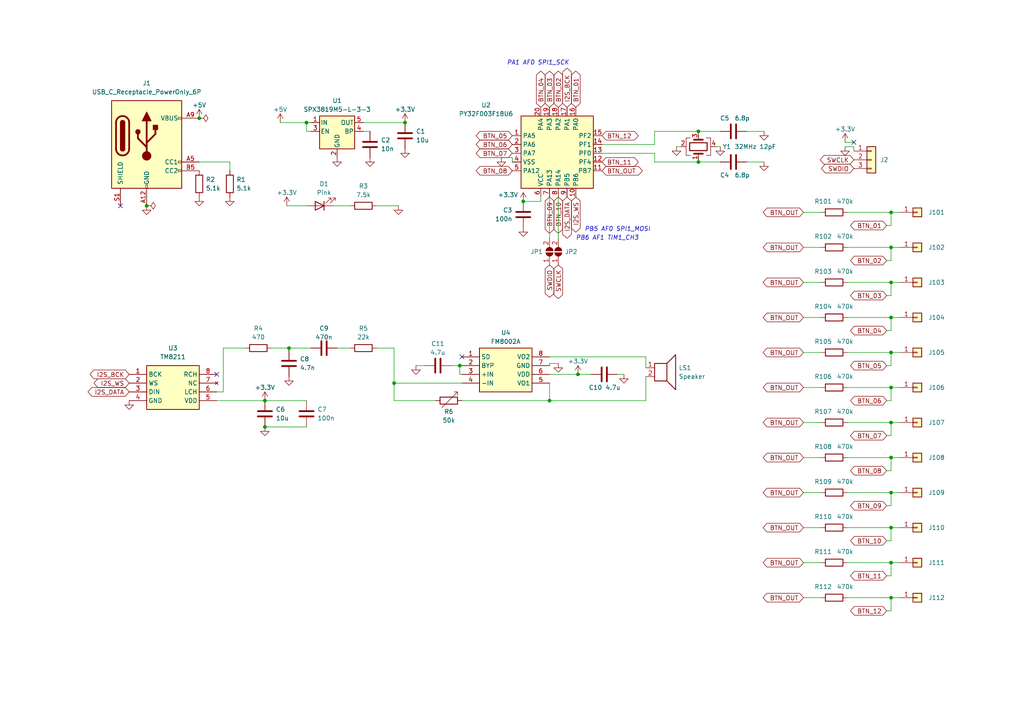
<source format=kicad_sch>
(kicad_sch (version 20230121) (generator eeschema)
  (paper "A4")
  (lib_symbols
    (symbol "Canta_symbols:PY32F003F18U6TR"
      (property "Reference" "U" (at -17.145 15.24 0))
      (property "Value" "PY32F003F18U6" (at -17.145 12.7 0))
      (symbol "PY32F003F18U6TR_1_1"
        (rectangle (start -10.795 10.795) (end 10.16 -10.16) (stroke (width 0.254)) (fill (type background)))
        (pin bidirectional line (at -13.335 5.08 0) (length 2.54) (name "PA5") (number "1"))
        (pin bidirectional line (at 5.08 -12.7 90) (length 2.54) (name "PB6") (number "10"))
        (pin bidirectional line (at 12.7 -5.08 180) (length 2.54) (name "PB7") (number "11"))
        (pin bidirectional line (at 12.7 -2.54 180) (length 2.54) (name "PF4") (number "12"))
        (pin bidirectional line (at 12.7 0 180) (length 2.54) (name "PF0") (number "13"))
        (pin bidirectional line (at 12.7 2.54 180) (length 2.54) (name "PF1") (number "14"))
        (pin bidirectional line (at 12.7 5.08 180) (length 2.54) (name "PF2") (number "15"))
        (pin bidirectional line (at 5.08 13.335 270) (length 2.54) (name "PA0") (number "16"))
        (pin bidirectional line (at 2.54 13.335 270) (length 2.54) (name "PA1") (number "17"))
        (pin bidirectional line (at 0 13.335 270) (length 2.54) (name "PA2") (number "18"))
        (pin bidirectional line (at -2.54 13.335 270) (length 2.54) (name "PA3") (number "19"))
        (pin bidirectional line (at -13.335 2.54 0) (length 2.54) (name "PA6") (number "2"))
        (pin bidirectional line (at -5.08 13.335 270) (length 2.54) (name "PA4") (number "20"))
        (pin input line (at -13.335 -2.54 0) (length 2.54) hide (name "PAD") (number "21"))
        (pin bidirectional line (at -13.335 0 0) (length 2.54) (name "PA7") (number "3"))
        (pin power_in line (at -13.335 -2.54 0) (length 2.54) (name "VSS") (number "4"))
        (pin bidirectional line (at -13.335 -5.08 0) (length 2.54) (name "PA12") (number "5"))
        (pin power_in line (at -5.08 -12.7 90) (length 2.54) (name "VCC") (number "6"))
        (pin bidirectional line (at -2.54 -12.7 90) (length 2.54) (name "PA13") (number "7"))
        (pin bidirectional line (at 0 -12.7 90) (length 2.54) (name "PA14") (number "8"))
        (pin bidirectional line (at 2.54 -12.7 90) (length 2.54) (name "PB5") (number "9"))
      )
    )
    (symbol "Connector:USB_C_Receptacle_PowerOnly_6P" (pin_names (offset 1.016))
      (property "Reference" "J" (at 0 16.51 0))
      (property "Value" "USB_C_Receptacle_PowerOnly_6P" (at 0 13.97 0))
      (symbol "USB_C_Receptacle_PowerOnly_6P_0_0"
        (rectangle (start -0.254 -12.7) (end 0.254 -11.684))
        (rectangle (start 10.16 -7.366) (end 9.144 -7.874))
        (rectangle (start 10.16 -4.826) (end 9.144 -5.334))
        (rectangle (start 10.16 7.874) (end 9.144 7.366))
      )
      (symbol "USB_C_Receptacle_PowerOnly_6P_0_1"
        (rectangle (start -10.16 12.7) (end 10.16 -12.7) (stroke (width 0.254)) (fill (type background)))
        (arc (start -8.89 -1.27) (mid -6.985 -3.1667) (end -5.08 -1.27) (stroke (width 0.508)))
        (arc (start -7.62 -1.27) (mid -6.985 -1.9023) (end -6.35 -1.27) (stroke (width 0.254)))
        (arc (start -7.62 -1.27) (mid -6.985 -1.9023) (end -6.35 -1.27) (stroke (width 0.254)) (fill (type outline)))
        (rectangle (start -7.62 -1.27) (end -6.35 6.35) (stroke (width 0.254)) (fill (type outline)))
        (arc (start -6.35 6.35) (mid -6.985 6.9823) (end -7.62 6.35) (stroke (width 0.254)))
        (arc (start -6.35 6.35) (mid -6.985 6.9823) (end -7.62 6.35) (stroke (width 0.254)) (fill (type outline)))
        (arc (start -5.08 6.35) (mid -6.985 8.2467) (end -8.89 6.35) (stroke (width 0.508)))
        (circle (center -2.54 3.683) (radius 0.635) (stroke (width 0.254)) (fill (type outline)))
        (circle (center 0 -3.302) (radius 1.27) (fill (type outline)))
        (polyline (pts (xy -8.89 -1.27) (xy -8.89 6.35)) (stroke (width 0.508)))
        (polyline (pts (xy -5.08 6.35) (xy -5.08 -1.27)) (stroke (width 0.508)))
        (polyline (pts (xy 0 -3.302) (xy 0 6.858)) (stroke (width 0.508)))
        (polyline (pts (xy 0 -0.762) (xy -2.54 1.778) (xy -2.54 3.048)) (stroke (width 0.508)))
        (polyline (pts (xy 0 0.508) (xy 2.54 3.048) (xy 2.54 4.318)) (stroke (width 0.508)))
        (polyline (pts (xy -1.27 6.858) (xy 0 9.398) (xy 1.27 6.858) (xy -1.27 6.858)) (stroke (width 0.254)) (fill (type outline)))
        (rectangle (start 1.905 4.318) (end 3.175 5.588) (stroke (width 0.254)) (fill (type outline)))
      )
      (symbol "USB_C_Receptacle_PowerOnly_6P_1_1"
        (pin passive line (at 0 -17.78 90) (length 5.08) (name "GND") (number "A12"))
        (pin bidirectional line (at 15.24 -5.08 180) (length 5.08) (name "CC1") (number "A5"))
        (pin passive line (at 15.24 7.62 180) (length 5.08) (name "VBUS") (number "A9"))
        (pin passive line (at 0 -17.78 90) (length 5.08) hide (name "GND") (number "B12"))
        (pin bidirectional line (at 15.24 -7.62 180) (length 5.08) (name "CC2") (number "B5"))
        (pin passive line (at 15.24 7.62 180) (length 5.08) hide (name "VBUS") (number "B9"))
        (pin passive line (at -7.62 -17.78 90) (length 5.08) (name "SHIELD") (number "S1"))
      )
    )
    (symbol "Connector_Generic:Conn_01x01" (pin_names (offset 1.016) hide)
      (property "Reference" "J" (at 0 2.54 0))
      (property "Value" "Conn_01x01" (at 0 -2.54 0))
      (symbol "Conn_01x01_1_1"
        (rectangle (start -1.27 0.127) (end 0 -0.127) (stroke (width 0.1524)))
        (rectangle (start -1.27 1.27) (end 1.27 -1.27) (stroke (width 0.254)) (fill (type background)))
        (pin passive line (at -5.08 0 0) (length 3.81) (name "Pin_1") (number "1"))
      )
    )
    (symbol "Connector_Generic:Conn_01x03" (pin_names (offset 1.016) hide)
      (property "Reference" "J" (at 0 5.08 0))
      (property "Value" "Conn_01x03" (at 0 -5.08 0))
      (symbol "Conn_01x03_1_1"
        (rectangle (start -1.27 -2.413) (end 0 -2.667) (stroke (width 0.1524)))
        (rectangle (start -1.27 0.127) (end 0 -0.127) (stroke (width 0.1524)))
        (rectangle (start -1.27 2.667) (end 0 2.413) (stroke (width 0.1524)))
        (rectangle (start -1.27 3.81) (end 1.27 -3.81) (stroke (width 0.254)) (fill (type background)))
        (pin passive line (at -5.08 2.54 0) (length 3.81) (name "Pin_1") (number "1"))
        (pin passive line (at -5.08 0 0) (length 3.81) (name "Pin_2") (number "2"))
        (pin passive line (at -5.08 -2.54 0) (length 3.81) (name "Pin_3") (number "3"))
      )
    )
    (symbol "Device:C" (pin_numbers hide) (pin_names (offset 0.254))
      (property "Reference" "C" (at 0.635 2.54 0))
      (property "Value" "C" (at 0.635 -2.54 0))
      (symbol "C_0_1"
        (polyline (pts (xy -2.032 -0.762) (xy 2.032 -0.762)) (stroke (width 0.508)))
        (polyline (pts (xy -2.032 0.762) (xy 2.032 0.762)) (stroke (width 0.508)))
      )
      (symbol "C_1_1"
        (pin passive line (at 0 3.81 270) (length 2.794) (name "~") (number "1"))
        (pin passive line (at 0 -3.81 90) (length 2.794) (name "~") (number "2"))
      )
    )
    (symbol "Device:Crystal_GND24" (pin_names (offset 1.016) hide)
      (property "Reference" "Y" (at 3.175 5.08 0))
      (property "Value" "Crystal_GND24" (at 3.175 3.175 0))
      (symbol "Crystal_GND24_0_1"
        (rectangle (start -1.143 2.54) (end 1.143 -2.54) (stroke (width 0.3048)))
        (polyline (pts (xy -2.54 0) (xy -2.032 0)))
        (polyline (pts (xy -2.032 -1.27) (xy -2.032 1.27)) (stroke (width 0.508)))
        (polyline (pts (xy 0 -3.81) (xy 0 -3.556)))
        (polyline (pts (xy 0 3.556) (xy 0 3.81)))
        (polyline (pts (xy 2.032 -1.27) (xy 2.032 1.27)) (stroke (width 0.508)))
        (polyline (pts (xy 2.032 0) (xy 2.54 0)))
        (polyline (pts (xy -2.54 -2.286) (xy -2.54 -3.556) (xy 2.54 -3.556) (xy 2.54 -2.286)))
        (polyline (pts (xy -2.54 2.286) (xy -2.54 3.556) (xy 2.54 3.556) (xy 2.54 2.286)))
      )
      (symbol "Crystal_GND24_1_1"
        (pin passive line (at -3.81 0 0) (length 1.27) (name "1") (number "1"))
        (pin passive line (at 0 5.08 270) (length 1.27) (name "2") (number "2"))
        (pin passive line (at 3.81 0 180) (length 1.27) (name "3") (number "3"))
        (pin passive line (at 0 -5.08 90) (length 1.27) (name "4") (number "4"))
      )
    )
    (symbol "Device:LED" (pin_numbers hide) (pin_names (offset 1.016) hide)
      (property "Reference" "D" (at 0 2.54 0))
      (property "Value" "LED" (at 0 -2.54 0))
      (symbol "LED_0_1"
        (polyline (pts (xy -1.27 -1.27) (xy -1.27 1.27)) (stroke (width 0.254)))
        (polyline (pts (xy -1.27 0) (xy 1.27 0)))
        (polyline (pts (xy 1.27 -1.27) (xy 1.27 1.27) (xy -1.27 0) (xy 1.27 -1.27)) (stroke (width 0.254)))
        (polyline (pts (xy -3.048 -0.762) (xy -4.572 -2.286) (xy -3.81 -2.286) (xy -4.572 -2.286) (xy -4.572 -1.524)))
        (polyline (pts (xy -1.778 -0.762) (xy -3.302 -2.286) (xy -2.54 -2.286) (xy -3.302 -2.286) (xy -3.302 -1.524)))
      )
      (symbol "LED_1_1"
        (pin passive line (at -3.81 0 0) (length 2.54) (name "K") (number "1"))
        (pin passive line (at 3.81 0 180) (length 2.54) (name "A") (number "2"))
      )
    )
    (symbol "Device:R" (pin_numbers hide) (pin_names (offset 0))
      (property "Reference" "R" (at 2.032 0 90))
      (property "Value" "R" (at 0 0 90))
      (symbol "R_0_1"
        (rectangle (start -1.016 -2.54) (end 1.016 2.54) (stroke (width 0.254)))
      )
      (symbol "R_1_1"
        (pin passive line (at 0 3.81 270) (length 1.27) (name "~") (number "1"))
        (pin passive line (at 0 -3.81 90) (length 1.27) (name "~") (number "2"))
      )
    )
    (symbol "Device:R_Variable" (pin_numbers hide) (pin_names (offset 0))
      (property "Reference" "R" (at 2.54 -2.54 90))
      (property "Value" "R_Variable" (at -2.54 -1.27 90))
      (symbol "R_Variable_0_1"
        (rectangle (start -1.016 -2.54) (end 1.016 2.54) (stroke (width 0.254)))
        (polyline (pts (xy 2.54 1.524) (xy 2.54 2.54) (xy 1.524 2.54) (xy 2.54 2.54) (xy -2.032 -2.032)))
      )
      (symbol "R_Variable_1_1"
        (pin passive line (at 0 3.81 270) (length 1.27) (name "~") (number "1"))
        (pin passive line (at 0 -3.81 90) (length 1.27) (name "~") (number "2"))
      )
    )
    (symbol "Device:Speaker" (pin_names (offset 0) hide)
      (property "Reference" "LS" (at 1.27 5.715 0))
      (property "Value" "Speaker" (at 1.27 3.81 0))
      (symbol "Speaker_0_0"
        (rectangle (start -2.54 1.27) (end 1.016 -3.81) (stroke (width 0.254)))
        (polyline (pts (xy 1.016 1.27) (xy 3.556 3.81) (xy 3.556 -6.35) (xy 1.016 -3.81)) (stroke (width 0.254)))
      )
      (symbol "Speaker_1_1"
        (pin input line (at -5.08 0 0) (length 2.54) (name "1") (number "1"))
        (pin input line (at -5.08 -2.54 0) (length 2.54) (name "2") (number "2"))
      )
    )
    (symbol "Jumper:SolderJumper_2_Open" (pin_names (offset 0) hide)
      (property "Reference" "JP" (at 0 2.032 0))
      (property "Value" "SolderJumper_2_Open" (at 0 -2.54 0))
      (symbol "SolderJumper_2_Open_0_1"
        (arc (start -0.254 1.016) (mid -1.2656 0) (end -0.254 -1.016))
        (arc (start -0.254 1.016) (mid -1.2656 0) (end -0.254 -1.016) (fill (type outline)))
        (polyline (pts (xy -0.254 1.016) (xy -0.254 -1.016)))
        (polyline (pts (xy 0.254 1.016) (xy 0.254 -1.016)))
        (arc (start 0.254 -1.016) (mid 1.2656 0) (end 0.254 1.016))
        (arc (start 0.254 -1.016) (mid 1.2656 0) (end 0.254 1.016) (fill (type outline)))
      )
      (symbol "SolderJumper_2_Open_1_1"
        (pin passive line (at -3.81 0 0) (length 2.54) (name "A") (number "1"))
        (pin passive line (at 3.81 0 180) (length 2.54) (name "B") (number "2"))
      )
    )
    (symbol "MD8002A:FM8002A"
      (property "Reference" "U" (at 21.59 7.62 0))
      (property "Value" "FM8002A" (at 21.59 5.08 0))
      (symbol "FM8002A_1_1"
        (rectangle (start 5.08 2.54) (end 20.32 -10.16) (stroke (width 0.254)) (fill (type background)))
        (pin passive line (at 0 0 0) (length 5.08) (name "SD") (number "1"))
        (pin passive line (at 0 -2.54 0) (length 5.08) (name "BYP") (number "2"))
        (pin passive line (at 0 -5.08 0) (length 5.08) (name "+IN") (number "3"))
        (pin passive line (at 0 -7.62 0) (length 5.08) (name "-IN") (number "4"))
        (pin passive line (at 25.4 -7.62 180) (length 5.08) (name "VO1") (number "5"))
        (pin passive line (at 25.4 -5.08 180) (length 5.08) (name "VDD") (number "6"))
        (pin passive line (at 25.4 -2.54 180) (length 5.08) (name "GND") (number "7"))
        (pin passive line (at 25.4 0 180) (length 5.08) (name "VO2") (number "8"))
      )
    )
    (symbol "Regulator_Linear:SPX3819M5-L-3-3" (pin_names (offset 0.254))
      (property "Reference" "U" (at -3.81 5.715 0))
      (property "Value" "SPX3819M5-L-3-3" (at 0 5.715 0))
      (symbol "SPX3819M5-L-3-3_0_1"
        (rectangle (start -5.08 4.445) (end 5.08 -5.08) (stroke (width 0.254)) (fill (type background)))
      )
      (symbol "SPX3819M5-L-3-3_1_1"
        (pin power_in line (at -7.62 2.54 0) (length 2.54) (name "IN") (number "1"))
        (pin power_in line (at 0 -7.62 90) (length 2.54) (name "GND") (number "2"))
        (pin input line (at -7.62 0 0) (length 2.54) (name "EN") (number "3"))
        (pin input line (at 7.62 0 180) (length 2.54) (name "BP") (number "4"))
        (pin power_out line (at 7.62 2.54 180) (length 2.54) (name "OUT") (number "5"))
      )
    )
    (symbol "TM8211:TM8211"
      (property "Reference" "U" (at 21.59 7.62 0))
      (property "Value" "TM8211" (at 21.59 5.08 0))
      (symbol "TM8211_1_1"
        (rectangle (start 5.08 2.54) (end 20.32 -10.16) (stroke (width 0.254)) (fill (type background)))
        (pin passive line (at 0 0 0) (length 5.08) (name "BCK") (number "1"))
        (pin passive line (at 0 -2.54 0) (length 5.08) (name "WS") (number "2"))
        (pin passive line (at 0 -5.08 0) (length 5.08) (name "DIN") (number "3"))
        (pin passive line (at 0 -7.62 0) (length 5.08) (name "GND") (number "4"))
        (pin passive line (at 25.4 -7.62 180) (length 5.08) (name "VDD") (number "5"))
        (pin passive line (at 25.4 -5.08 180) (length 5.08) (name "LCH") (number "6"))
        (pin no_connect line (at 25.4 -2.54 180) (length 5.08) (name "NC") (number "7"))
        (pin passive line (at 25.4 0 180) (length 5.08) (name "RCH") (number "8"))
      )
    )
    (symbol "power:+3.3V" (power) (pin_names (offset 0))
      (property "Value" "+3.3V" (at 0 3.556 0))
      (symbol "+3.3V_0_1"
        (polyline (pts (xy -0.762 1.27) (xy 0 2.54)))
        (polyline (pts (xy 0 0) (xy 0 2.54)))
        (polyline (pts (xy 0 2.54) (xy 0.762 1.27)))
      )
      (symbol "+3.3V_1_1"
        (pin power_in line (at 0 0 90) (length 0) hide (name "+3.3V") (number "1"))
      )
    )
    (symbol "power:+5V" (power) (pin_names (offset 0))
      (property "Value" "+5V" (at 0 3.556 0))
      (symbol "+5V_0_1"
        (polyline (pts (xy -0.762 1.27) (xy 0 2.54)))
        (polyline (pts (xy 0 0) (xy 0 2.54)))
        (polyline (pts (xy 0 2.54) (xy 0.762 1.27)))
      )
      (symbol "+5V_1_1"
        (pin power_in line (at 0 0 90) (length 0) hide (name "+5V") (number "1"))
      )
    )
    (symbol "power:GND" (power) (pin_names (offset 0))
      (property "Value" "GND" (at 0 -3.81 0))
      (symbol "GND_0_1"
        (polyline (pts (xy 0 0) (xy 0 -1.27) (xy 1.27 -1.27) (xy 0 -2.54) (xy -1.27 -1.27) (xy 0 -1.27)))
      )
      (symbol "GND_1_1"
        (pin power_in line (at 0 0 270) (length 0) hide (name "GND") (number "1"))
      )
    )
    (symbol "power:PWR_FLAG" (power) (pin_numbers hide) (pin_names (offset 0) hide)
      (property "Value" "PWR_FLAG" (at 0 3.81 0))
      (symbol "PWR_FLAG_0_0"
        (pin power_out line (at 0 0 90) (length 0) (name "pwr") (number "1"))
      )
      (symbol "PWR_FLAG_0_1"
        (polyline (pts (xy 0 0) (xy 0 1.27) (xy -1.016 1.905) (xy 0 2.54) (xy 1.016 1.905) (xy 0 1.27)))
      )
    )
  )
  (junction (at 159.385 116.205))
  (junction (at 258.445 61.595))
  (junction (at 258.445 173.355))
  (junction (at 57.785 34.29))
  (junction (at 258.445 102.235))
  (junction (at 76.835 123.825))
  (junction (at 258.445 81.915))
  (junction (at 202.565 46.99))
  (junction (at 258.445 132.715))
  (junction (at 114.3 111.125))
  (junction (at 42.545 59.69))
  (junction (at 151.765 58.42))
  (junction (at 258.445 122.555))
  (junction (at 133.35 106.045))
  (junction (at 202.565 38.1))
  (junction (at 258.445 142.875))
  (junction (at 117.475 35.56))
  (junction (at 88.9 35.56))
  (junction (at 258.445 163.195))
  (junction (at 76.835 116.205))
  (junction (at 167.64 108.585))
  (junction (at 258.445 92.075))
  (junction (at 258.445 71.755))
  (junction (at 258.445 153.035))
  (junction (at 83.82 100.965))
  (junction (at 258.445 112.395))
  (no_connect (at 247.65 41.275))
  (no_connect (at 133.985 103.505))
  (no_connect (at 62.865 108.585))
  (no_connect (at 34.925 59.69))
  (wire (pts (xy 196.215 42.545) (xy 197.485 42.545)))
  (wire (pts (xy 167.64 108.585) (xy 171.45 108.585)))
  (wire (pts (xy 257.175 75.565) (xy 258.445 75.565)))
  (wire (pts (xy 159.385 116.205) (xy 133.985 116.205)))
  (wire (pts (xy 114.3 100.965) (xy 114.3 111.125)))
  (wire (pts (xy 257.175 156.845) (xy 258.445 156.845)))
  (wire (pts (xy 233.045 102.235) (xy 238.125 102.235)))
  (wire (pts (xy 258.445 61.595) (xy 260.985 61.595)))
  (wire (pts (xy 189.865 38.1) (xy 202.565 38.1)))
  (wire (pts (xy 233.045 61.595) (xy 238.125 61.595)))
  (wire (pts (xy 258.445 81.915) (xy 260.985 81.915)))
  (wire (pts (xy 233.045 92.075) (xy 238.125 92.075)))
  (wire (pts (xy 257.175 136.525) (xy 258.445 136.525)))
  (wire (pts (xy 126.365 116.205) (xy 114.3 116.205)))
  (wire (pts (xy 233.045 112.395) (xy 238.125 112.395)))
  (wire (pts (xy 245.745 132.715) (xy 258.445 132.715)))
  (wire (pts (xy 114.3 111.125) (xy 133.985 111.125)))
  (wire (pts (xy 57.785 46.99) (xy 66.675 46.99)))
  (wire (pts (xy 257.175 116.205) (xy 258.445 116.205)))
  (wire (pts (xy 257.175 146.685) (xy 258.445 146.685)))
  (wire (pts (xy 130.81 106.045) (xy 133.35 106.045)))
  (wire (pts (xy 258.445 75.565) (xy 258.445 71.755)))
  (wire (pts (xy 202.565 38.1) (xy 208.915 38.1)))
  (wire (pts (xy 202.565 46.99) (xy 202.565 46.355)))
  (wire (pts (xy 257.175 65.405) (xy 258.445 65.405)))
  (wire (pts (xy 83.185 59.69) (xy 88.9 59.69)))
  (wire (pts (xy 109.22 59.69) (xy 115.57 59.69)))
  (wire (pts (xy 76.835 116.205) (xy 88.9 116.205)))
  (wire (pts (xy 245.745 92.075) (xy 258.445 92.075)))
  (wire (pts (xy 64.77 100.965) (xy 71.12 100.965)))
  (wire (pts (xy 90.17 38.1) (xy 88.9 38.1)))
  (wire (pts (xy 202.565 38.1) (xy 202.565 38.735)))
  (wire (pts (xy 258.445 142.875) (xy 260.985 142.875)))
  (wire (pts (xy 258.445 177.165) (xy 258.445 173.355)))
  (wire (pts (xy 245.745 163.195) (xy 258.445 163.195)))
  (wire (pts (xy 159.385 57.15) (xy 159.385 69.215)))
  (wire (pts (xy 83.82 101.6) (xy 83.82 100.965)))
  (wire (pts (xy 216.535 46.99) (xy 221.615 46.99)))
  (wire (pts (xy 133.985 108.585) (xy 133.35 108.585)))
  (wire (pts (xy 180.975 108.585) (xy 179.07 108.585)))
  (wire (pts (xy 159.385 105.41) (xy 161.925 105.41)))
  (wire (pts (xy 187.325 103.505) (xy 187.325 106.68)))
  (wire (pts (xy 258.445 132.715) (xy 260.985 132.715)))
  (wire (pts (xy 64.77 113.665) (xy 64.77 100.965)))
  (wire (pts (xy 208.915 42.545) (xy 207.645 42.545)))
  (wire (pts (xy 97.79 100.965) (xy 101.6 100.965)))
  (wire (pts (xy 245.745 112.395) (xy 258.445 112.395)))
  (wire (pts (xy 189.865 41.91) (xy 189.865 38.1)))
  (wire (pts (xy 156.845 58.42) (xy 151.765 58.42)))
  (wire (pts (xy 258.445 153.035) (xy 260.985 153.035)))
  (wire (pts (xy 233.045 71.755) (xy 238.125 71.755)))
  (wire (pts (xy 88.9 35.56) (xy 90.17 35.56)))
  (wire (pts (xy 159.385 103.505) (xy 187.325 103.505)))
  (wire (pts (xy 189.865 46.99) (xy 202.565 46.99)))
  (wire (pts (xy 159.385 106.045) (xy 159.385 105.41)))
  (wire (pts (xy 88.9 38.1) (xy 88.9 35.56)))
  (wire (pts (xy 174.625 41.91) (xy 189.865 41.91)))
  (wire (pts (xy 247.65 42.545) (xy 247.65 43.815)))
  (wire (pts (xy 167.64 108.585) (xy 159.385 108.585)))
  (wire (pts (xy 187.325 109.22) (xy 187.325 116.205)))
  (wire (pts (xy 258.445 65.405) (xy 258.445 61.595)))
  (wire (pts (xy 78.74 100.965) (xy 83.82 100.965)))
  (wire (pts (xy 233.045 142.875) (xy 238.125 142.875)))
  (wire (pts (xy 233.045 163.195) (xy 238.125 163.195)))
  (wire (pts (xy 258.445 163.195) (xy 260.985 163.195)))
  (wire (pts (xy 62.865 116.205) (xy 76.835 116.205)))
  (wire (pts (xy 258.445 112.395) (xy 260.985 112.395)))
  (wire (pts (xy 189.865 44.45) (xy 189.865 46.99)))
  (wire (pts (xy 257.175 106.045) (xy 258.445 106.045)))
  (wire (pts (xy 66.675 46.99) (xy 66.675 49.53)))
  (wire (pts (xy 233.045 153.035) (xy 238.125 153.035)))
  (wire (pts (xy 120.65 106.045) (xy 123.19 106.045)))
  (wire (pts (xy 245.745 61.595) (xy 258.445 61.595)))
  (wire (pts (xy 258.445 116.205) (xy 258.445 112.395)))
  (wire (pts (xy 187.325 116.205) (xy 159.385 116.205)))
  (wire (pts (xy 257.175 95.885) (xy 258.445 95.885)))
  (wire (pts (xy 133.35 108.585) (xy 133.35 106.045)))
  (wire (pts (xy 148.59 46.99) (xy 148.59 45.72)))
  (wire (pts (xy 258.445 156.845) (xy 258.445 153.035)))
  (wire (pts (xy 62.865 113.665) (xy 64.77 113.665)))
  (wire (pts (xy 245.11 42.545) (xy 247.65 42.545)))
  (wire (pts (xy 257.175 85.725) (xy 258.445 85.725)))
  (wire (pts (xy 258.445 126.365) (xy 258.445 122.555)))
  (wire (pts (xy 233.045 132.715) (xy 238.125 132.715)))
  (wire (pts (xy 245.745 81.915) (xy 258.445 81.915)))
  (wire (pts (xy 258.445 167.005) (xy 258.445 163.195)))
  (wire (pts (xy 257.175 177.165) (xy 258.445 177.165)))
  (wire (pts (xy 233.045 81.915) (xy 238.125 81.915)))
  (wire (pts (xy 258.445 122.555) (xy 260.985 122.555)))
  (wire (pts (xy 161.925 57.15) (xy 161.925 69.215)))
  (wire (pts (xy 83.82 100.965) (xy 90.17 100.965)))
  (wire (pts (xy 156.845 57.15) (xy 156.845 58.42)))
  (wire (pts (xy 258.445 136.525) (xy 258.445 132.715)))
  (wire (pts (xy 81.28 35.56) (xy 88.9 35.56)))
  (wire (pts (xy 245.745 71.755) (xy 258.445 71.755)))
  (wire (pts (xy 245.745 142.875) (xy 258.445 142.875)))
  (wire (pts (xy 216.535 38.1) (xy 221.615 38.1)))
  (wire (pts (xy 159.385 111.125) (xy 159.385 116.205)))
  (wire (pts (xy 233.045 122.555) (xy 238.125 122.555)))
  (wire (pts (xy 105.41 35.56) (xy 117.475 35.56)))
  (wire (pts (xy 258.445 92.075) (xy 260.985 92.075)))
  (wire (pts (xy 245.745 153.035) (xy 258.445 153.035)))
  (wire (pts (xy 109.22 100.965) (xy 114.3 100.965)))
  (wire (pts (xy 258.445 85.725) (xy 258.445 81.915)))
  (wire (pts (xy 245.745 173.355) (xy 258.445 173.355)))
  (wire (pts (xy 202.565 46.99) (xy 208.915 46.99)))
  (wire (pts (xy 245.745 122.555) (xy 258.445 122.555)))
  (wire (pts (xy 258.445 106.045) (xy 258.445 102.235)))
  (wire (pts (xy 174.625 44.45) (xy 189.865 44.45)))
  (wire (pts (xy 105.41 38.1) (xy 107.315 38.1)))
  (wire (pts (xy 258.445 146.685) (xy 258.445 142.875)))
  (wire (pts (xy 257.175 167.005) (xy 258.445 167.005)))
  (wire (pts (xy 148.59 45.72) (xy 145.415 45.72)))
  (wire (pts (xy 258.445 95.885) (xy 258.445 92.075)))
  (wire (pts (xy 258.445 71.755) (xy 260.985 71.755)))
  (wire (pts (xy 133.35 106.045) (xy 133.985 106.045)))
  (wire (pts (xy 257.175 126.365) (xy 258.445 126.365)))
  (wire (pts (xy 96.52 59.69) (xy 101.6 59.69)))
  (wire (pts (xy 245.11 41.275) (xy 247.65 41.275)))
  (wire (pts (xy 258.445 102.235) (xy 260.985 102.235)))
  (wire (pts (xy 258.445 173.355) (xy 260.985 173.355)))
  (wire (pts (xy 233.045 173.355) (xy 238.125 173.355)))
  (wire (pts (xy 114.3 116.205) (xy 114.3 111.125)))
  (wire (pts (xy 245.745 102.235) (xy 258.445 102.235)))
  (wire (pts (xy 76.835 123.825) (xy 88.9 123.825)))
  (text "PB5 AF0 SPI1_MOSI" (at 169.545 67.31 0) (effects (font (size 1.27 1.27) italic) (justify left bottom)))
  (text "PA1 AF0 SPI1_SCK" (at 165.1 19.05 0) (effects (font (size 1.27 1.27) italic) (justify right bottom)))
  (text "PB6 AF1 TIM1_CH3" (at 167.005 69.85 0) (effects (font (size 1.27 1.27) italic) (justify left bottom)))
  (global_label "BTN_OUT" (shape bidirectional) (at 233.045 102.235 180) (property "Intersheetrefs" "${INTERSHEET_REFS}" (effects hide)))
  (global_label "BTN_OUT" (shape bidirectional) (at 233.045 81.915 180) (property "Intersheetrefs" "${INTERSHEET_REFS}" (effects hide)))
  (global_label "BTN_OUT" (shape bidirectional) (at 233.045 173.355 180) (property "Intersheetrefs" "${INTERSHEET_REFS}" (effects hide)))
  (global_label "BTN_OUT" (shape bidirectional) (at 233.045 142.875 180) (property "Intersheetrefs" "${INTERSHEET_REFS}" (effects hide)))
  (global_label "BTN_04" (shape bidirectional) (at 257.175 95.885 180) (property "Intersheetrefs" "${INTERSHEET_REFS}" (effects hide)))
  (global_label "BTN_06" (shape bidirectional) (at 257.175 116.205 180) (property "Intersheetrefs" "${INTERSHEET_REFS}" (effects hide)))
  (global_label "I2S_DATA" (shape bidirectional) (at 164.465 57.15 270) (property "Intersheetrefs" "${INTERSHEET_REFS}" (effects hide)))
  (global_label "BTN_10" (shape bidirectional) (at 257.175 156.845 180) (property "Intersheetrefs" "${INTERSHEET_REFS}" (effects hide)))
  (global_label "BTN_OUT" (shape bidirectional) (at 233.045 112.395 180) (property "Intersheetrefs" "${INTERSHEET_REFS}" (effects hide)))
  (global_label "SWDIO" (shape bidirectional) (at 247.65 48.895 180) (property "Intersheetrefs" "${INTERSHEET_REFS}" (effects hide)))
  (global_label "BTN_02" (shape bidirectional) (at 257.175 75.565 180) (property "Intersheetrefs" "${INTERSHEET_REFS}" (effects hide)))
  (global_label "BTN_OUT" (shape bidirectional) (at 233.045 163.195 180) (property "Intersheetrefs" "${INTERSHEET_REFS}" (effects hide)))
  (global_label "BTN_11" (shape bidirectional) (at 174.625 46.99 0) (property "Intersheetrefs" "${INTERSHEET_REFS}" (effects hide)))
  (global_label "BTN_09" (shape bidirectional) (at 159.385 57.15 270) (property "Intersheetrefs" "${INTERSHEET_REFS}" (effects hide)))
  (global_label "BTN_07" (shape bidirectional) (at 148.59 44.45 180) (property "Intersheetrefs" "${INTERSHEET_REFS}" (effects hide)))
  (global_label "BTN_01" (shape bidirectional) (at 167.005 31.115 90) (property "Intersheetrefs" "${INTERSHEET_REFS}" (effects hide)))
  (global_label "BTN_11" (shape bidirectional) (at 257.175 167.005 180) (property "Intersheetrefs" "${INTERSHEET_REFS}" (effects hide)))
  (global_label "BTN_08" (shape bidirectional) (at 257.175 136.525 180) (property "Intersheetrefs" "${INTERSHEET_REFS}" (effects hide)))
  (global_label "BTN_08" (shape bidirectional) (at 148.59 49.53 180) (property "Intersheetrefs" "${INTERSHEET_REFS}" (effects hide)))
  (global_label "SWCLK" (shape bidirectional) (at 161.925 76.835 270) (property "Intersheetrefs" "${INTERSHEET_REFS}" (effects hide)))
  (global_label "BTN_01" (shape bidirectional) (at 257.175 65.405 180) (property "Intersheetrefs" "${INTERSHEET_REFS}" (effects hide)))
  (global_label "I2S_WS" (shape bidirectional) (at 167.005 57.15 270) (property "Intersheetrefs" "${INTERSHEET_REFS}" (effects hide)))
  (global_label "SWCLK" (shape bidirectional) (at 247.65 46.355 180) (property "Intersheetrefs" "${INTERSHEET_REFS}" (effects hide)))
  (global_label "BTN_04" (shape bidirectional) (at 156.845 31.115 90) (property "Intersheetrefs" "${INTERSHEET_REFS}" (effects hide)))
  (global_label "BTN_05" (shape bidirectional) (at 148.59 39.37 180) (property "Intersheetrefs" "${INTERSHEET_REFS}" (effects hide)))
  (global_label "BTN_OUT" (shape bidirectional) (at 174.625 49.53 0) (property "Intersheetrefs" "${INTERSHEET_REFS}" (effects hide)))
  (global_label "BTN_06" (shape bidirectional) (at 148.59 41.91 180) (property "Intersheetrefs" "${INTERSHEET_REFS}" (effects hide)))
  (global_label "BTN_09" (shape bidirectional) (at 257.175 146.685 180) (property "Intersheetrefs" "${INTERSHEET_REFS}" (effects hide)))
  (global_label "BTN_OUT" (shape bidirectional) (at 233.045 61.595 180) (property "Intersheetrefs" "${INTERSHEET_REFS}" (effects hide)))
  (global_label "BTN_05" (shape bidirectional) (at 257.175 106.045 180) (property "Intersheetrefs" "${INTERSHEET_REFS}" (effects hide)))
  (global_label "BTN_OUT" (shape bidirectional) (at 233.045 122.555 180) (property "Intersheetrefs" "${INTERSHEET_REFS}" (effects hide)))
  (global_label "BTN_10" (shape bidirectional) (at 161.925 57.15 270) (property "Intersheetrefs" "${INTERSHEET_REFS}" (effects hide)))
  (global_label "I2S_BCK" (shape bidirectional) (at 37.465 108.585 180) (property "Intersheetrefs" "${INTERSHEET_REFS}" (effects hide)))
  (global_label "BTN_02" (shape bidirectional) (at 161.925 31.115 90) (property "Intersheetrefs" "${INTERSHEET_REFS}" (effects hide)))
  (global_label "BTN_OUT" (shape bidirectional) (at 233.045 153.035 180) (property "Intersheetrefs" "${INTERSHEET_REFS}" (effects hide)))
  (global_label "I2S_BCK" (shape bidirectional) (at 164.465 31.115 90) (property "Intersheetrefs" "${INTERSHEET_REFS}" (effects hide)))
  (global_label "BTN_03" (shape bidirectional) (at 159.385 31.115 90) (property "Intersheetrefs" "${INTERSHEET_REFS}" (effects hide)))
  (global_label "I2S_WS" (shape bidirectional) (at 37.465 111.125 180) (property "Intersheetrefs" "${INTERSHEET_REFS}" (effects hide)))
  (global_label "BTN_OUT" (shape bidirectional) (at 233.045 132.715 180) (property "Intersheetrefs" "${INTERSHEET_REFS}" (effects hide)))
  (global_label "BTN_OUT" (shape bidirectional) (at 233.045 71.755 180) (property "Intersheetrefs" "${INTERSHEET_REFS}" (effects hide)))
  (global_label "BTN_12" (shape bidirectional) (at 257.175 177.165 180) (property "Intersheetrefs" "${INTERSHEET_REFS}" (effects hide)))
  (global_label "BTN_12" (shape bidirectional) (at 174.625 39.37 0) (property "Intersheetrefs" "${INTERSHEET_REFS}" (effects hide)))
  (global_label "BTN_03" (shape bidirectional) (at 257.175 85.725 180) (property "Intersheetrefs" "${INTERSHEET_REFS}" (effects hide)))
  (global_label "I2S_DATA" (shape bidirectional) (at 37.465 113.665 180) (property "Intersheetrefs" "${INTERSHEET_REFS}" (effects hide)))
  (global_label "SWDIO" (shape bidirectional) (at 159.385 76.835 270) (property "Intersheetrefs" "${INTERSHEET_REFS}" (effects hide)))
  (global_label "BTN_OUT" (shape bidirectional) (at 233.045 92.075 180) (property "Intersheetrefs" "${INTERSHEET_REFS}" (effects hide)))
  (global_label "BTN_07" (shape bidirectional) (at 257.175 126.365 180) (property "Intersheetrefs" "${INTERSHEET_REFS}" (effects hide)))
  (symbol (lib_id "Device:R") (at 105.41 59.69 90) (unit 1)
    (property "Reference" "R3" (at 105.41 53.975 90))
    (property "Value" "7.5k" (at 105.41 56.515 90))
    (property "Footprint" "Resistor_SMD:R_0402_1005Metric" (effects hide))
  )
  (symbol (lib_id "Device:R") (at 241.935 173.355 90) (unit 1)
    (property "Reference" "R112" (at 238.76 170.18 90))
    (property "Value" "470k" (at 245.11 170.18 90))
    (property "Footprint" "Resistor_SMD:R_0402_1005Metric" (effects hide))
  )
  (symbol (lib_id "Device:C") (at 88.9 120.015 0) (unit 1)
    (property "Reference" "C7" (at 92.075 118.745 0) (effects (justify left)))
    (property "Value" "100n" (at 92.075 121.285 0) (effects (justify left)))
    (property "Footprint" "Capacitor_SMD:C_0402_1005Metric" (effects hide))
  )
  (symbol (lib_id "Device:C") (at 76.835 120.015 0) (unit 1)
    (property "Reference" "C6" (at 80.01 118.745 0) (effects (justify left)))
    (property "Value" "10u" (at 80.01 121.285 0) (effects (justify left)))
    (property "Footprint" "Capacitor_SMD:C_0603_1608Metric" (effects hide))
  )
  (symbol (lib_id "power:+5V") (at 81.28 35.56 0) (unit 1)
    (property "Reference" "#PWR05" (effects hide))
    (property "Value" "+5V" (at 81.28 31.75 0))
  )
  (symbol (lib_id "Device:R") (at 241.935 61.595 90) (unit 1)
    (property "Reference" "R101" (at 238.76 58.42 90))
    (property "Value" "470k" (at 245.11 58.42 90))
    (property "Footprint" "Resistor_SMD:R_0402_1005Metric" (effects hide))
  )
  (symbol (lib_id "Device:LED") (at 92.71 59.69 180) (unit 1)
    (property "Reference" "D1" (at 93.98 53.34 0))
    (property "Value" "Pink" (at 93.98 55.88 0))
    (property "Footprint" "LED_SMD:LED_0603_1608Metric" (effects hide))
  )
  (symbol (lib_id "Connector_Generic:Conn_01x01") (at 266.065 112.395 0) (unit 1)
    (property "Reference" "J106" (at 269.24 112.395 0) (effects (justify left)))
    (property "Value" "Conn_01x01" (effects hide))
    (property "Footprint" "Canta_footprints:TouchPad_Keyboard" (effects hide))
  )
  (symbol (lib_id "Connector_Generic:Conn_01x01") (at 266.065 153.035 0) (unit 1)
    (property "Reference" "J110" (at 269.24 153.035 0) (effects (justify left)))
    (property "Value" "Conn_01x01" (effects hide))
    (property "Footprint" "Canta_footprints:TouchPad_Keyboard" (effects hide))
  )
  (symbol (lib_id "Device:C") (at 175.26 108.585 90) (unit 1)
    (property "Reference" "C10" (at 172.72 112.395 90))
    (property "Value" "4.7u" (at 177.8 112.395 90))
    (property "Footprint" "Capacitor_SMD:C_0402_1005Metric" (effects hide))
  )
  (symbol (lib_id "Device:R") (at 66.675 53.34 0) (unit 1)
    (property "Reference" "R1" (at 68.58 52.07 0) (effects (justify left)))
    (property "Value" "5.1k" (at 68.58 54.61 0) (effects (justify left)))
    (property "Footprint" "Resistor_SMD:R_0402_1005Metric" (effects hide))
  )
  (symbol (lib_id "power:GND") (at 66.675 57.15 0) (unit 1)
    (property "Reference" "#PWR04" (effects hide))
    (property "Value" "GND" (effects hide))
  )
  (symbol (lib_id "Device:R") (at 241.935 71.755 90) (unit 1)
    (property "Reference" "R102" (at 238.76 68.58 90))
    (property "Value" "470k" (at 245.11 68.58 90))
    (property "Footprint" "Resistor_SMD:R_0402_1005Metric" (effects hide))
  )
  (symbol (lib_id "power:GND") (at 76.835 123.825 0) (unit 1)
    (property "Reference" "#PWR013" (effects hide))
    (property "Value" "GND" (effects hide))
  )
  (symbol (lib_id "Connector_Generic:Conn_01x01") (at 266.065 61.595 0) (unit 1)
    (property "Reference" "J101" (at 269.24 61.595 0) (effects (justify left)))
    (property "Value" "Conn_01x01" (effects hide))
    (property "Footprint" "Canta_footprints:TouchPad_Keyboard" (effects hide))
  )
  (symbol (lib_id "power:GND") (at 208.915 42.545 0) (unit 1)
    (property "Reference" "#PWR022" (effects hide))
    (property "Value" "GND" (effects hide))
  )
  (symbol (lib_id "Device:R") (at 241.935 163.195 90) (unit 1)
    (property "Reference" "R111" (at 238.76 160.02 90))
    (property "Value" "470k" (at 245.11 160.02 90))
    (property "Footprint" "Resistor_SMD:R_0402_1005Metric" (effects hide))
  )
  (symbol (lib_id "power:GND") (at 221.615 38.1 0) (unit 1)
    (property "Reference" "#PWR024" (effects hide))
    (property "Value" "GND" (effects hide))
  )
  (symbol (lib_id "Canta_symbols:PY32F003F18U6TR") (at 161.925 44.45 0) (unit 1)
    (property "Reference" "U2" (at 140.97 30.48 0))
    (property "Value" "PY32F003F18U6" (at 140.97 33.02 0))
    (property "Footprint" "Package_DFN_QFN:QFN-20-1EP_3x3mm_P0.4mm_EP1.65x1.65mm" (effects hide))
  )
  (symbol (lib_id "power:GND") (at 180.975 108.585 0) (unit 1)
    (property "Reference" "#PWR016" (effects hide))
    (property "Value" "GND" (effects hide))
  )
  (symbol (lib_id "Device:R_Variable") (at 130.175 116.205 270) (mirror x) (unit 1)
    (property "Reference" "R6" (at 130.175 119.38 90))
    (property "Value" "50k" (at 130.175 121.92 90))
    (property "Footprint" "Potentiometer_SMD:Potentiometer_Bourns_TC33X_Vertical" (effects hide))
  )
  (symbol (lib_id "Device:R") (at 74.93 100.965 90) (unit 1)
    (property "Reference" "R4" (at 74.93 95.25 90))
    (property "Value" "470" (at 74.93 97.79 90))
    (property "Footprint" "Resistor_SMD:R_0402_1005Metric" (effects hide))
  )
  (symbol (lib_id "Device:R") (at 241.935 81.915 90) (unit 1)
    (property "Reference" "R103" (at 238.76 78.74 90))
    (property "Value" "470k" (at 245.11 78.74 90))
    (property "Footprint" "Resistor_SMD:R_0402_1005Metric" (effects hide))
  )
  (symbol (lib_id "power:GND") (at 120.65 106.045 0) (unit 1)
    (property "Reference" "#PWR018" (effects hide))
    (property "Value" "GND" (effects hide))
  )
  (symbol (lib_id "Regulator_Linear:SPX3819M5-L-3-3") (at 97.79 38.1 0) (unit 1)
    (property "Reference" "U1" (at 97.79 29.21 0))
    (property "Value" "SPX3819M5-L-3-3" (at 97.79 31.75 0))
    (property "Footprint" "Package_TO_SOT_SMD:SOT-23-5" (effects hide))
    (property "Datasheet" "https://www.exar.com/content/document.ashx?id=22106&languageid=1033&type=Datasheet&partnumber=SPX3819&filename=SPX3819.pdf&part=SPX3819" (effects hide))
  )
  (symbol (lib_id "power:GND") (at 151.765 66.04 0) (unit 1)
    (property "Reference" "#PWR011" (effects hide))
    (property "Value" "GND" (effects hide))
  )
  (symbol (lib_id "power:GND") (at 37.465 116.205 0) (unit 1)
    (property "Reference" "#PWR014" (effects hide))
    (property "Value" "GND" (effects hide))
  )
  (symbol (lib_id "power:PWR_FLAG") (at 57.785 34.29 270) (unit 1)
    (property "Reference" "#FLG01" (effects hide))
    (property "Value" "PWR_FLAG" (effects hide))
  )
  (symbol (lib_id "power:+3.3V") (at 117.475 35.56 0) (unit 1)
    (property "Reference" "#PWR06" (effects hide))
    (property "Value" "+3.3V" (at 117.475 31.75 0))
  )
  (symbol (lib_id "power:GND") (at 196.215 42.545 0) (unit 1)
    (property "Reference" "#PWR021" (effects hide))
    (property "Value" "GND" (effects hide))
  )
  (symbol (lib_id "Connector_Generic:Conn_01x01") (at 266.065 71.755 0) (unit 1)
    (property "Reference" "J102" (at 269.24 71.755 0) (effects (justify left)))
    (property "Value" "Conn_01x01" (effects hide))
    (property "Footprint" "Canta_footprints:TouchPad_Keyboard" (effects hide))
  )
  (symbol (lib_id "power:GND") (at 245.11 42.545 0) (unit 1)
    (property "Reference" "#PWR025" (effects hide))
    (property "Value" "GND" (effects hide))
  )
  (symbol (lib_id "Device:Crystal_GND24") (at 202.565 42.545 90) (unit 1)
    (property "Reference" "Y1" (at 210.82 42.545 90))
    (property "Value" "32MHz 12pF" (at 219.075 42.545 90))
    (property "Footprint" "Crystal:Crystal_SMD_3225-4Pin_3.2x2.5mm" (effects hide))
  )
  (symbol (lib_id "power:+3.3V") (at 83.185 59.69 0) (unit 1)
    (property "Reference" "#PWR027" (effects hide))
    (property "Value" "+3.3V" (at 83.185 55.88 0))
  )
  (symbol (lib_id "power:GND") (at 117.475 43.18 0) (unit 1)
    (property "Reference" "#PWR09" (effects hide))
    (property "Value" "GND" (effects hide))
  )
  (symbol (lib_id "Device:R") (at 241.935 102.235 90) (unit 1)
    (property "Reference" "R105" (at 238.76 99.06 90))
    (property "Value" "470k" (at 245.11 99.06 90))
    (property "Footprint" "Resistor_SMD:R_0402_1005Metric" (effects hide))
  )
  (symbol (lib_id "Connector_Generic:Conn_01x01") (at 266.065 163.195 0) (unit 1)
    (property "Reference" "J111" (at 269.24 163.195 0) (effects (justify left)))
    (property "Value" "Conn_01x01" (effects hide))
    (property "Footprint" "Canta_footprints:TouchPad_Transpose" (effects hide))
  )
  (symbol (lib_id "Device:R") (at 241.935 132.715 90) (unit 1)
    (property "Reference" "R108" (at 238.76 129.54 90))
    (property "Value" "470k" (at 245.11 129.54 90))
    (property "Footprint" "Resistor_SMD:R_0402_1005Metric" (effects hide))
  )
  (symbol (lib_id "power:+3.3V") (at 167.64 108.585 0) (unit 1)
    (property "Reference" "#PWR015" (effects hide))
    (property "Value" "+3.3V" (at 167.64 104.775 0))
  )
  (symbol (lib_id "Connector_Generic:Conn_01x01") (at 266.065 81.915 0) (unit 1)
    (property "Reference" "J103" (at 269.24 81.915 0) (effects (justify left)))
    (property "Value" "Conn_01x01" (effects hide))
    (property "Footprint" "Canta_footprints:TouchPad_Keyboard" (effects hide))
  )
  (symbol (lib_id "power:+3.3V") (at 151.765 58.42 0) (unit 1)
    (property "Reference" "#PWR010" (effects hide))
    (property "Value" "+3.3V" (at 147.32 56.515 0))
  )
  (symbol (lib_id "power:+5V") (at 57.785 34.29 0) (unit 1)
    (property "Reference" "#PWR01" (effects hide))
    (property "Value" "+5V" (at 57.785 30.48 0))
  )
  (symbol (lib_id "Connector_Generic:Conn_01x01") (at 266.065 122.555 0) (unit 1)
    (property "Reference" "J107" (at 269.24 122.555 0) (effects (justify left)))
    (property "Value" "Conn_01x01" (effects hide))
    (property "Footprint" "Canta_footprints:TouchPad_Keyboard" (effects hide))
  )
  (symbol (lib_id "power:+3.3V") (at 76.835 116.205 0) (unit 1)
    (property "Reference" "#PWR012" (effects hide))
    (property "Value" "+3.3V" (at 76.835 112.395 0))
  )
  (symbol (lib_id "Device:R") (at 241.935 112.395 90) (unit 1)
    (property "Reference" "R106" (at 238.76 109.22 90))
    (property "Value" "470k" (at 245.11 109.22 90))
    (property "Footprint" "Resistor_SMD:R_0402_1005Metric" (effects hide))
  )
  (symbol (lib_id "Device:R") (at 241.935 92.075 90) (unit 1)
    (property "Reference" "R104" (at 238.76 88.9 90))
    (property "Value" "470k" (at 245.11 88.9 90))
    (property "Footprint" "Resistor_SMD:R_0402_1005Metric" (effects hide))
  )
  (symbol (lib_id "Device:C") (at 151.765 62.23 0) (mirror y) (unit 1)
    (property "Reference" "C3" (at 148.59 60.96 0) (effects (justify left)))
    (property "Value" "100n" (at 148.59 63.5 0) (effects (justify left)))
    (property "Footprint" "Capacitor_SMD:C_0402_1005Metric" (effects hide))
  )
  (symbol (lib_id "Device:R") (at 241.935 153.035 90) (unit 1)
    (property "Reference" "R110" (at 238.76 149.86 90))
    (property "Value" "470k" (at 245.11 149.86 90))
    (property "Footprint" "Resistor_SMD:R_0402_1005Metric" (effects hide))
  )
  (symbol (lib_id "power:GND") (at 57.785 57.15 0) (unit 1)
    (property "Reference" "#PWR03" (effects hide))
    (property "Value" "GND" (effects hide))
  )
  (symbol (lib_id "Connector_Generic:Conn_01x01") (at 266.065 173.355 0) (unit 1)
    (property "Reference" "J112" (at 269.24 173.355 0) (effects (justify left)))
    (property "Value" "Conn_01x01" (effects hide))
    (property "Footprint" "Canta_footprints:TouchPad_Transpose" (effects hide))
  )
  (symbol (lib_id "Device:C") (at 127 106.045 90) (unit 1)
    (property "Reference" "C11" (at 127 99.695 90))
    (property "Value" "4.7u" (at 127 102.235 90))
    (property "Footprint" "Capacitor_SMD:C_0402_1005Metric" (effects hide))
  )
  (symbol (lib_id "Connector_Generic:Conn_01x03") (at 252.73 46.355 0) (unit 1)
    (property "Reference" "J2" (at 255.27 46.355 0) (effects (justify left)))
    (property "Value" "Conn_01x03" (effects hide))
    (property "Footprint" "Canta_footprints:TestPoints_1x03_P2.0" (effects hide))
  )
  (symbol (lib_id "Device:C") (at 83.82 105.41 0) (unit 1)
    (property "Reference" "C8" (at 86.995 104.14 0) (effects (justify left)))
    (property "Value" "4.7n" (at 86.995 106.68 0) (effects (justify left)))
    (property "Footprint" "Capacitor_SMD:C_0402_1005Metric" (effects hide))
  )
  (symbol (lib_id "Device:C") (at 212.725 46.99 90) (mirror x) (unit 1)
    (property "Reference" "C4" (at 210.185 50.8 90))
    (property "Value" "6.8p" (at 215.265 50.8 90))
    (property "Footprint" "Capacitor_SMD:C_0402_1005Metric" (effects hide))
  )
  (symbol (lib_id "power:GND") (at 145.415 45.72 0) (unit 1)
    (property "Reference" "#PWR026" (effects hide))
    (property "Value" "GND" (effects hide))
  )
  (symbol (lib_id "Device:R") (at 241.935 142.875 90) (unit 1)
    (property "Reference" "R109" (at 238.76 139.7 90))
    (property "Value" "470k" (at 245.11 139.7 90))
    (property "Footprint" "Resistor_SMD:R_0402_1005Metric" (effects hide))
  )
  (symbol (lib_id "power:GND") (at 115.57 59.69 0) (unit 1)
    (property "Reference" "#PWR028" (effects hide))
    (property "Value" "GND" (effects hide))
  )
  (symbol (lib_id "Connector_Generic:Conn_01x01") (at 266.065 102.235 0) (unit 1)
    (property "Reference" "J105" (at 269.24 102.235 0) (effects (justify left)))
    (property "Value" "Conn_01x01" (effects hide))
    (property "Footprint" "Canta_footprints:TouchPad_Keyboard" (effects hide))
  )
  (symbol (lib_id "power:+3.3V") (at 245.11 41.275 0) (unit 1)
    (property "Reference" "#PWR020" (effects hide))
    (property "Value" "+3.3V" (at 245.11 37.465 0))
  )
  (symbol (lib_id "Device:C") (at 212.725 38.1 90) (unit 1)
    (property "Reference" "C5" (at 210.185 34.29 90))
    (property "Value" "6.8p" (at 215.265 34.29 90))
    (property "Footprint" "Capacitor_SMD:C_0402_1005Metric" (effects hide))
  )
  (symbol (lib_id "power:GND") (at 97.79 45.72 0) (unit 1)
    (property "Reference" "#PWR07" (effects hide))
    (property "Value" "GND" (effects hide))
  )
  (symbol (lib_id "Device:C") (at 107.315 41.91 0) (unit 1)
    (property "Reference" "C2" (at 110.49 40.64 0) (effects (justify left)))
    (property "Value" "10n" (at 110.49 43.18 0) (effects (justify left)))
    (property "Footprint" "Capacitor_SMD:C_0402_1005Metric" (effects hide))
  )
  (symbol (lib_id "TM8211:TM8211") (at 37.465 108.585 0) (unit 1)
    (property "Reference" "U3" (at 50.165 100.965 0))
    (property "Value" "TM8211" (at 50.165 103.505 0))
    (property "Footprint" "TM8211:SOIC127P600X196-8N" (effects hide))
    (property "Datasheet" "https://datasheet.lcsc.com/szlcsc/Shenzhen-Titan-Micro-Elec-TM8211_C92003.pdf" (effects hide))
    (property "Height" "1.96" (effects hide))
    (property "Manufacturer_Name" "TITAN MICRO ELECTRONICS" (effects hide))
    (property "Manufacturer_Part_Number" "TM8211" (effects hide))
  )
  (symbol (lib_id "power:GND") (at 161.925 105.41 0) (unit 1)
    (property "Reference" "#PWR017" (effects hide))
    (property "Value" "GND" (effects hide))
  )
  (symbol (lib_id "Device:C") (at 93.98 100.965 90) (unit 1)
    (property "Reference" "C9" (at 93.98 95.25 90))
    (property "Value" "470n" (at 93.98 97.79 90))
    (property "Footprint" "Capacitor_SMD:C_0402_1005Metric" (effects hide))
  )
  (symbol (lib_id "Connector_Generic:Conn_01x01") (at 266.065 92.075 0) (unit 1)
    (property "Reference" "J104" (at 269.24 92.075 0) (effects (justify left)))
    (property "Value" "Conn_01x01" (effects hide))
    (property "Footprint" "Canta_footprints:TouchPad_Keyboard" (effects hide))
  )
  (symbol (lib_id "Connector:USB_C_Receptacle_PowerOnly_6P") (at 42.545 41.91 0) (unit 1)
    (property "Reference" "J1" (at 42.545 24.13 0))
    (property "Value" "USB_C_Receptacle_PowerOnly_6P" (at 42.545 26.67 0))
    (property "Footprint" "Canta_footprints:USB_C_Receptacle" (effects hide))
    (property "Datasheet" "https://www.usb.org/sites/default/files/documents/usb_type-c.zip" (effects hide))
  )
  (symbol (lib_id "Jumper:SolderJumper_2_Open") (at 159.385 73.025 90) (unit 1)
    (property "Reference" "JP1" (at 157.48 73.025 90) (effects (justify left)))
    (property "Value" "SolderJumper_2_Open" (effects hide))
    (property "Footprint" "Canta_footprints:SolderJumper-2_Open" (effects hide))
  )
  (symbol (lib_id "Connector_Generic:Conn_01x01") (at 266.065 132.715 0) (unit 1)
    (property "Reference" "J108" (at 269.24 132.715 0) (effects (justify left)))
    (property "Value" "Conn_01x01" (effects hide))
    (property "Footprint" "Canta_footprints:TouchPad_Keyboard" (effects hide))
  )
  (symbol (lib_id "Device:R") (at 57.785 53.34 0) (unit 1)
    (property "Reference" "R2" (at 59.69 52.07 0) (effects (justify left)))
    (property "Value" "5.1k" (at 59.69 54.61 0) (effects (justify left)))
    (property "Footprint" "Resistor_SMD:R_0402_1005Metric" (effects hide))
  )
  (symbol (lib_id "Connector_Generic:Conn_01x01") (at 266.065 142.875 0) (unit 1)
    (property "Reference" "J109" (at 269.24 142.875 0) (effects (justify left)))
    (property "Value" "Conn_01x01" (effects hide))
    (property "Footprint" "Canta_footprints:TouchPad_Keyboard" (effects hide))
  )
  (symbol (lib_id "Device:C") (at 117.475 39.37 0) (unit 1)
    (property "Reference" "C1" (at 120.65 38.1 0) (effects (justify left)))
    (property "Value" "10u" (at 120.65 40.64 0) (effects (justify left)))
    (property "Footprint" "Capacitor_SMD:C_0603_1608Metric" (effects hide))
  )
  (symbol (lib_id "power:GND") (at 83.82 109.22 0) (unit 1)
    (property "Reference" "#PWR019" (effects hide))
    (property "Value" "GND" (effects hide))
  )
  (symbol (lib_id "power:GND") (at 42.545 59.69 0) (unit 1)
    (property "Reference" "#PWR02" (effects hide))
    (property "Value" "GND" (effects hide))
  )
  (symbol (lib_id "MD8002A:FM8002A") (at 133.985 103.505 0) (unit 1)
    (property "Reference" "U4" (at 146.685 96.52 0))
    (property "Value" "FM8002A" (at 146.685 99.06 0))
    (property "Footprint" "Package_SO:SOP-8_3.9x4.9mm_P1.27mm" (effects hide))
    (property "Datasheet" "https://www.sunrom.com/get/408862" (effects hide))
    (property "Height" "1.75" (effects hide))
    (property "Manufacturer_Name" "Sunrom" (effects hide))
    (property "Manufacturer_Part_Number" "MD8002A" (effects hide))
  )
  (symbol (lib_id "power:PWR_FLAG") (at 42.545 59.69 270) (unit 1)
    (property "Reference" "#FLG02" (effects hide))
    (property "Value" "PWR_FLAG" (effects hide))
  )
  (symbol (lib_id "power:GND") (at 107.315 45.72 0) (unit 1)
    (property "Reference" "#PWR08" (effects hide))
    (property "Value" "GND" (effects hide))
  )
  (symbol (lib_id "Device:Speaker") (at 192.405 106.68 0) (unit 1)
    (property "Reference" "LS1" (at 196.85 106.68 0) (effects (justify left)))
    (property "Value" "Speaker" (at 196.85 109.22 0) (effects (justify left)))
    (property "Footprint" "Canta_footprints:Speaker_1x02_P2" (effects hide))
  )
  (symbol (lib_id "Jumper:SolderJumper_2_Open") (at 161.925 73.025 90) (unit 1)
    (property "Reference" "JP2" (at 163.83 73.025 90) (effects (justify right)))
    (property "Value" "SolderJumper_2_Open" (effects hide))
    (property "Footprint" "Canta_footprints:SolderJumper-2_Open" (effects hide))
  )
  (symbol (lib_id "Device:R") (at 105.41 100.965 90) (unit 1)
    (property "Reference" "R5" (at 105.41 95.25 90))
    (property "Value" "22k" (at 105.41 97.79 90))
    (property "Footprint" "Resistor_SMD:R_0402_1005Metric" (effects hide))
  )
  (symbol (lib_id "power:GND") (at 221.615 46.99 0) (unit 1)
    (property "Reference" "#PWR023" (effects hide))
    (property "Value" "GND" (effects hide))
  )
  (symbol (lib_id "Device:R") (at 241.935 122.555 90) (unit 1)
    (property "Reference" "R107" (at 238.76 119.38 90))
    (property "Value" "470k" (at 245.11 119.38 90))
    (property "Footprint" "Resistor_SMD:R_0402_1005Metric" (effects hide))
  )
)
</source>
